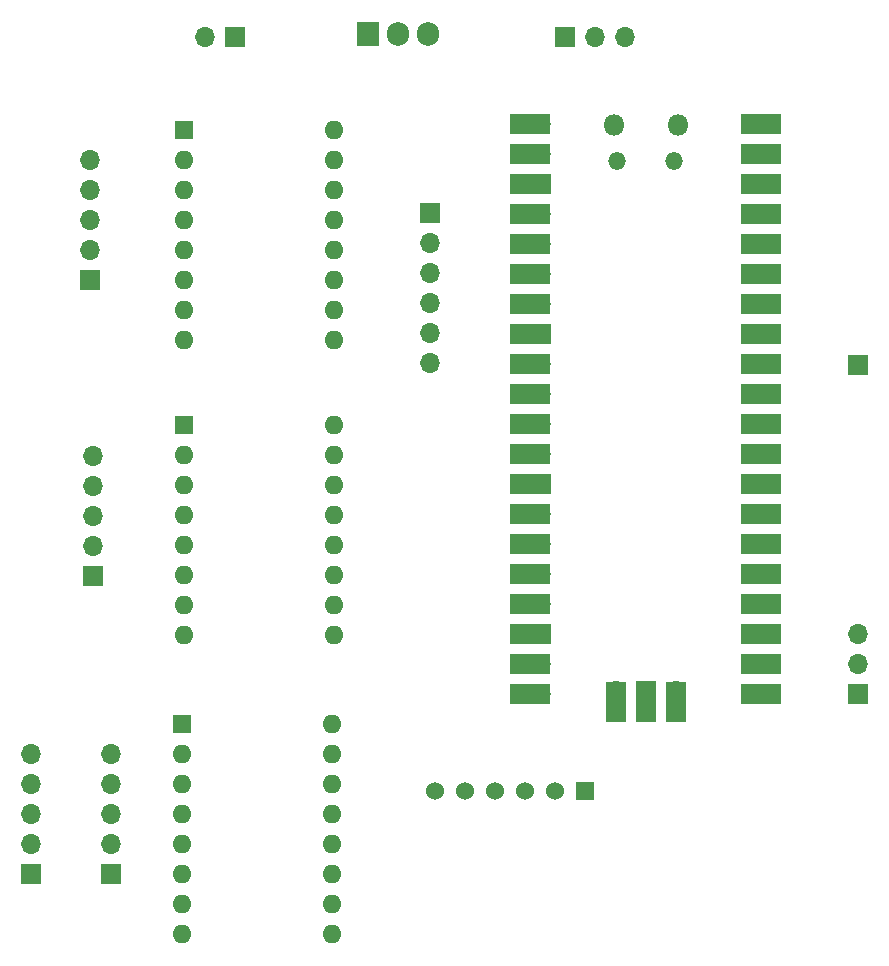
<source format=gbr>
%TF.GenerationSoftware,KiCad,Pcbnew,7.0.1*%
%TF.CreationDate,2024-01-22T18:52:22+01:00*%
%TF.ProjectId,Automatic_sampler_logic,4175746f-6d61-4746-9963-5f73616d706c,rev?*%
%TF.SameCoordinates,Original*%
%TF.FileFunction,Soldermask,Top*%
%TF.FilePolarity,Negative*%
%FSLAX46Y46*%
G04 Gerber Fmt 4.6, Leading zero omitted, Abs format (unit mm)*
G04 Created by KiCad (PCBNEW 7.0.1) date 2024-01-22 18:52:22*
%MOMM*%
%LPD*%
G01*
G04 APERTURE LIST*
%ADD10R,1.905000X2.000000*%
%ADD11O,1.905000X2.000000*%
%ADD12R,1.600000X1.600000*%
%ADD13O,1.600000X1.600000*%
%ADD14R,1.700000X1.700000*%
%ADD15O,1.700000X1.700000*%
%ADD16R,1.524000X1.524000*%
%ADD17C,1.524000*%
%ADD18O,1.800000X1.800000*%
%ADD19O,1.500000X1.500000*%
%ADD20R,3.500000X1.700000*%
%ADD21R,1.700000X3.500000*%
G04 APERTURE END LIST*
D10*
%TO.C,U5*%
X133950000Y-54660000D03*
D11*
X136490000Y-54660000D03*
X139030000Y-54660000D03*
%TD*%
D12*
%TO.C,A2*%
X118250000Y-113020000D03*
D13*
X118250000Y-115560000D03*
X118250000Y-118100000D03*
X118250000Y-120640000D03*
X118250000Y-123180000D03*
X118250000Y-125720000D03*
X118250000Y-128260000D03*
X118250000Y-130800000D03*
X130950000Y-130800000D03*
X130950000Y-128260000D03*
X130950000Y-125720000D03*
X130950000Y-123180000D03*
X130950000Y-120640000D03*
X130950000Y-118100000D03*
X130950000Y-115560000D03*
X130950000Y-113020000D03*
%TD*%
D14*
%TO.C,J6*%
X139225000Y-69835000D03*
D15*
X139225000Y-72375000D03*
X139225000Y-74915000D03*
X139225000Y-77455000D03*
X139225000Y-79995000D03*
X139225000Y-82535000D03*
%TD*%
D14*
%TO.C,J1*%
X105450000Y-125780000D03*
D15*
X105450000Y-123240000D03*
X105450000Y-120700000D03*
X105450000Y-118160000D03*
X105450000Y-115620000D03*
%TD*%
D14*
%TO.C,J4*%
X122700000Y-54910000D03*
D15*
X120160000Y-54910000D03*
%TD*%
D14*
%TO.C,J8*%
X175450000Y-82660000D03*
%TD*%
%TO.C,J7*%
X150610000Y-54910000D03*
D15*
X153150000Y-54910000D03*
X155690000Y-54910000D03*
%TD*%
D16*
%TO.C,A1*%
X152300000Y-118710000D03*
D17*
X149760000Y-118710000D03*
X147220000Y-118710000D03*
X144680000Y-118710000D03*
X142140000Y-118710000D03*
X139600000Y-118710000D03*
%TD*%
D14*
%TO.C,J2*%
X110700000Y-100490000D03*
D15*
X110700000Y-97950000D03*
X110700000Y-95410000D03*
X110700000Y-92870000D03*
X110700000Y-90330000D03*
%TD*%
D14*
%TO.C,J9*%
X112200000Y-125780000D03*
D15*
X112200000Y-123240000D03*
X112200000Y-120700000D03*
X112200000Y-118160000D03*
X112200000Y-115620000D03*
%TD*%
D14*
%TO.C,J5*%
X175450000Y-110490000D03*
D15*
X175450000Y-107950000D03*
X175450000Y-105410000D03*
%TD*%
D18*
%TO.C,U4*%
X154750000Y-62380000D03*
D19*
X155050000Y-65410000D03*
X159900000Y-65410000D03*
D18*
X160200000Y-62380000D03*
D15*
X148585000Y-62250000D03*
D20*
X147685000Y-62250000D03*
D15*
X148585000Y-64790000D03*
D20*
X147685000Y-64790000D03*
D14*
X148585000Y-67330000D03*
D20*
X147685000Y-67330000D03*
D15*
X148585000Y-69870000D03*
D20*
X147685000Y-69870000D03*
D15*
X148585000Y-72410000D03*
D20*
X147685000Y-72410000D03*
D15*
X148585000Y-74950000D03*
D20*
X147685000Y-74950000D03*
D15*
X148585000Y-77490000D03*
D20*
X147685000Y-77490000D03*
D14*
X148585000Y-80030000D03*
D20*
X147685000Y-80030000D03*
D15*
X148585000Y-82570000D03*
D20*
X147685000Y-82570000D03*
D15*
X148585000Y-85110000D03*
D20*
X147685000Y-85110000D03*
D15*
X148585000Y-87650000D03*
D20*
X147685000Y-87650000D03*
D15*
X148585000Y-90190000D03*
D20*
X147685000Y-90190000D03*
D14*
X148585000Y-92730000D03*
D20*
X147685000Y-92730000D03*
D15*
X148585000Y-95270000D03*
D20*
X147685000Y-95270000D03*
D15*
X148585000Y-97810000D03*
D20*
X147685000Y-97810000D03*
D15*
X148585000Y-100350000D03*
D20*
X147685000Y-100350000D03*
D15*
X148585000Y-102890000D03*
D20*
X147685000Y-102890000D03*
D14*
X148585000Y-105430000D03*
D20*
X147685000Y-105430000D03*
D15*
X148585000Y-107970000D03*
D20*
X147685000Y-107970000D03*
D15*
X148585000Y-110510000D03*
D20*
X147685000Y-110510000D03*
D15*
X166365000Y-110510000D03*
D20*
X167265000Y-110510000D03*
D15*
X166365000Y-107970000D03*
D20*
X167265000Y-107970000D03*
D14*
X166365000Y-105430000D03*
D20*
X167265000Y-105430000D03*
D15*
X166365000Y-102890000D03*
D20*
X167265000Y-102890000D03*
D15*
X166365000Y-100350000D03*
D20*
X167265000Y-100350000D03*
D15*
X166365000Y-97810000D03*
D20*
X167265000Y-97810000D03*
D15*
X166365000Y-95270000D03*
D20*
X167265000Y-95270000D03*
D14*
X166365000Y-92730000D03*
D20*
X167265000Y-92730000D03*
D15*
X166365000Y-90190000D03*
D20*
X167265000Y-90190000D03*
D15*
X166365000Y-87650000D03*
D20*
X167265000Y-87650000D03*
D15*
X166365000Y-85110000D03*
D20*
X167265000Y-85110000D03*
D15*
X166365000Y-82570000D03*
D20*
X167265000Y-82570000D03*
D14*
X166365000Y-80030000D03*
D20*
X167265000Y-80030000D03*
D15*
X166365000Y-77490000D03*
D20*
X167265000Y-77490000D03*
D15*
X166365000Y-74950000D03*
D20*
X167265000Y-74950000D03*
D15*
X166365000Y-72410000D03*
D20*
X167265000Y-72410000D03*
D15*
X166365000Y-69870000D03*
D20*
X167265000Y-69870000D03*
D14*
X166365000Y-67330000D03*
D20*
X167265000Y-67330000D03*
D15*
X166365000Y-64790000D03*
D20*
X167265000Y-64790000D03*
D15*
X166365000Y-62250000D03*
D20*
X167265000Y-62250000D03*
D15*
X154935000Y-110280000D03*
D21*
X154935000Y-111180000D03*
D14*
X157475000Y-110280000D03*
D21*
X157475000Y-111180000D03*
D15*
X160015000Y-110280000D03*
D21*
X160015000Y-111180000D03*
%TD*%
D12*
%TO.C,A4*%
X118360000Y-62770000D03*
D13*
X118360000Y-65310000D03*
X118360000Y-67850000D03*
X118360000Y-70390000D03*
X118360000Y-72930000D03*
X118360000Y-75470000D03*
X118360000Y-78010000D03*
X118360000Y-80550000D03*
X131060000Y-80550000D03*
X131060000Y-78010000D03*
X131060000Y-75470000D03*
X131060000Y-72930000D03*
X131060000Y-70390000D03*
X131060000Y-67850000D03*
X131060000Y-65310000D03*
X131060000Y-62770000D03*
%TD*%
D12*
%TO.C,A3*%
X118360000Y-87770000D03*
D13*
X118360000Y-90310000D03*
X118360000Y-92850000D03*
X118360000Y-95390000D03*
X118360000Y-97930000D03*
X118360000Y-100470000D03*
X118360000Y-103010000D03*
X118360000Y-105550000D03*
X131060000Y-105550000D03*
X131060000Y-103010000D03*
X131060000Y-100470000D03*
X131060000Y-97930000D03*
X131060000Y-95390000D03*
X131060000Y-92850000D03*
X131060000Y-90310000D03*
X131060000Y-87770000D03*
%TD*%
D14*
%TO.C,J3*%
X110450000Y-75490000D03*
D15*
X110450000Y-72950000D03*
X110450000Y-70410000D03*
X110450000Y-67870000D03*
X110450000Y-65330000D03*
%TD*%
M02*

</source>
